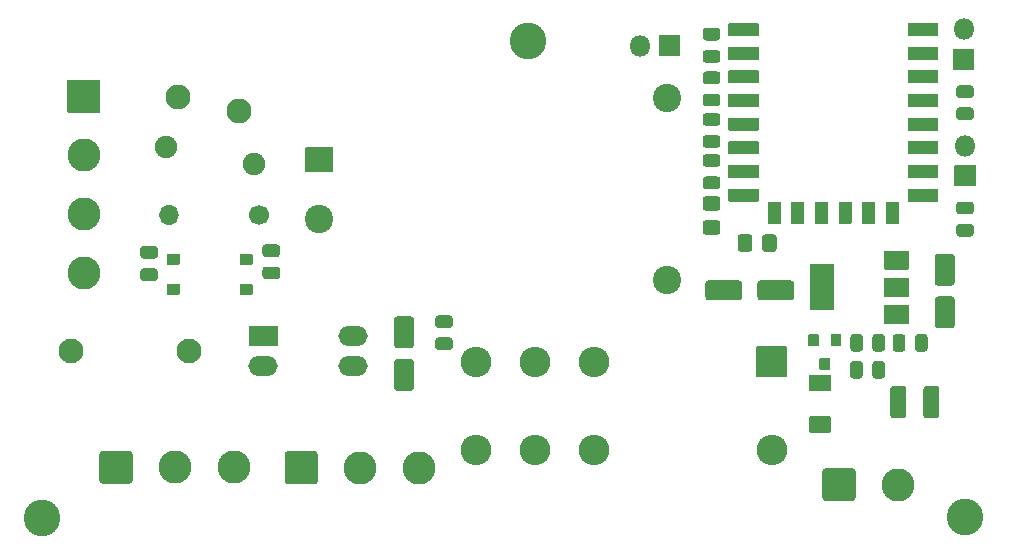
<source format=gbr>
%TF.GenerationSoftware,KiCad,Pcbnew,5.99.0-unknown-a61ea1f~102~ubuntu18.04.1*%
%TF.CreationDate,2020-07-28T16:03:15+02:00*%
%TF.ProjectId,switch,73776974-6368-42e6-9b69-6361645f7063,rev?*%
%TF.SameCoordinates,Original*%
%TF.FileFunction,Soldermask,Top*%
%TF.FilePolarity,Negative*%
%FSLAX46Y46*%
G04 Gerber Fmt 4.6, Leading zero omitted, Abs format (unit mm)*
G04 Created by KiCad (PCBNEW 5.99.0-unknown-a61ea1f~102~ubuntu18.04.1) date 2020-07-28 16:03:15*
%MOMM*%
%LPD*%
G01*
G04 APERTURE LIST*
%ADD10C,2.110000*%
%ADD11C,3.100000*%
%ADD12O,2.600000X2.600000*%
%ADD13O,2.500000X1.700000*%
%ADD14C,1.900000*%
%ADD15C,2.400000*%
%ADD16O,1.800000X1.800000*%
%ADD17C,2.800000*%
%ADD18O,1.700000X1.700000*%
%ADD19C,1.700000*%
%ADD20C,2.100000*%
G04 APERTURE END LIST*
D10*
%TO.C,F1*%
X109606400Y-76371600D03*
X114706400Y-77571600D03*
%TD*%
%TO.C,D2*%
G36*
G01*
X109743000Y-92290850D02*
X109743000Y-93078350D01*
G75*
G02*
X109686750Y-93134600I-56250J0D01*
G01*
X108699250Y-93134600D01*
G75*
G02*
X108643000Y-93078350I0J56250D01*
G01*
X108643000Y-92290850D01*
G75*
G02*
X108699250Y-92234600I56250J0D01*
G01*
X109686750Y-92234600D01*
G75*
G02*
X109743000Y-92290850I0J-56250D01*
G01*
G37*
G36*
G01*
X109743000Y-89750850D02*
X109743000Y-90538350D01*
G75*
G02*
X109686750Y-90594600I-56250J0D01*
G01*
X108699250Y-90594600D01*
G75*
G02*
X108643000Y-90538350I0J56250D01*
G01*
X108643000Y-89750850D01*
G75*
G02*
X108699250Y-89694600I56250J0D01*
G01*
X109686750Y-89694600D01*
G75*
G02*
X109743000Y-89750850I0J-56250D01*
G01*
G37*
G36*
G01*
X115893000Y-89750850D02*
X115893000Y-90538350D01*
G75*
G02*
X115836750Y-90594600I-56250J0D01*
G01*
X114849250Y-90594600D01*
G75*
G02*
X114793000Y-90538350I0J56250D01*
G01*
X114793000Y-89750850D01*
G75*
G02*
X114849250Y-89694600I56250J0D01*
G01*
X115836750Y-89694600D01*
G75*
G02*
X115893000Y-89750850I0J-56250D01*
G01*
G37*
G36*
G01*
X115893000Y-92290850D02*
X115893000Y-93078350D01*
G75*
G02*
X115836750Y-93134600I-56250J0D01*
G01*
X114849250Y-93134600D01*
G75*
G02*
X114793000Y-93078350I0J56250D01*
G01*
X114793000Y-92290850D01*
G75*
G02*
X114849250Y-92234600I56250J0D01*
G01*
X115836750Y-92234600D01*
G75*
G02*
X115893000Y-92290850I0J-56250D01*
G01*
G37*
%TD*%
D11*
%TO.C,REF\u002A\u002A*%
X98094800Y-112014000D03*
%TD*%
%TO.C,REF\u002A\u002A*%
X176212500Y-111950500D03*
%TD*%
%TO.C,REF\u002A\u002A*%
X139242800Y-71640700D03*
%TD*%
D12*
%TO.C,K1*%
X159829500Y-106306000D03*
X144829500Y-106306000D03*
X139829500Y-106306000D03*
X134829500Y-106306000D03*
X134829500Y-98806000D03*
X139829500Y-98806000D03*
X144829500Y-98806000D03*
G36*
G01*
X158581500Y-97506000D02*
X161077500Y-97506000D01*
G75*
G02*
X161129500Y-97558000I0J-52000D01*
G01*
X161129500Y-100054000D01*
G75*
G02*
X161077500Y-100106000I-52000J0D01*
G01*
X158581500Y-100106000D01*
G75*
G02*
X158529500Y-100054000I0J52000D01*
G01*
X158529500Y-97558000D01*
G75*
G02*
X158581500Y-97506000I52000J0D01*
G01*
G37*
%TD*%
D13*
%TO.C,U1*%
X124436520Y-96611015D03*
X116816520Y-99151015D03*
X124436520Y-99151015D03*
G36*
G01*
X115566520Y-97407890D02*
X115566520Y-95814140D01*
G75*
G02*
X115619645Y-95761015I53125J0D01*
G01*
X118013395Y-95761015D01*
G75*
G02*
X118066520Y-95814140I0J-53125D01*
G01*
X118066520Y-97407890D01*
G75*
G02*
X118013395Y-97461015I-53125J0D01*
G01*
X115619645Y-97461015D01*
G75*
G02*
X115566520Y-97407890I0J53125D01*
G01*
G37*
%TD*%
%TO.C,U3*%
G36*
G01*
X171459000Y-94072833D02*
X171459000Y-95566167D01*
G75*
G02*
X171405667Y-95619500I-53333J0D01*
G01*
X169412333Y-95619500D01*
G75*
G02*
X169359000Y-95566167I0J53333D01*
G01*
X169359000Y-94072833D01*
G75*
G02*
X169412333Y-94019500I53333J0D01*
G01*
X171405667Y-94019500D01*
G75*
G02*
X171459000Y-94072833I0J-53333D01*
G01*
G37*
G36*
G01*
X171459000Y-89472833D02*
X171459000Y-90966167D01*
G75*
G02*
X171405667Y-91019500I-53333J0D01*
G01*
X169412333Y-91019500D01*
G75*
G02*
X169359000Y-90966167I0J53333D01*
G01*
X169359000Y-89472833D01*
G75*
G02*
X169412333Y-89419500I53333J0D01*
G01*
X171405667Y-89419500D01*
G75*
G02*
X171459000Y-89472833I0J-53333D01*
G01*
G37*
G36*
G01*
X171459000Y-91772833D02*
X171459000Y-93266167D01*
G75*
G02*
X171405667Y-93319500I-53333J0D01*
G01*
X169412333Y-93319500D01*
G75*
G02*
X169359000Y-93266167I0J53333D01*
G01*
X169359000Y-91772833D01*
G75*
G02*
X169412333Y-91719500I53333J0D01*
G01*
X171405667Y-91719500D01*
G75*
G02*
X171459000Y-91772833I0J-53333D01*
G01*
G37*
G36*
G01*
X165159000Y-90622000D02*
X165159000Y-94417000D01*
G75*
G02*
X165106500Y-94469500I-52500J0D01*
G01*
X163111500Y-94469500D01*
G75*
G02*
X163059000Y-94417000I0J52500D01*
G01*
X163059000Y-90622000D01*
G75*
G02*
X163111500Y-90569500I52500J0D01*
G01*
X165106500Y-90569500D01*
G75*
G02*
X165159000Y-90622000I0J-52500D01*
G01*
G37*
%TD*%
%TO.C,U2*%
G36*
G01*
X171356500Y-71203000D02*
X171356500Y-70213000D01*
G75*
G02*
X171411500Y-70158000I55000J0D01*
G01*
X173901500Y-70158000D01*
G75*
G02*
X173956500Y-70213000I0J-55000D01*
G01*
X173956500Y-71203000D01*
G75*
G02*
X173901500Y-71258000I-55000J0D01*
G01*
X171411500Y-71258000D01*
G75*
G02*
X171356500Y-71203000I0J55000D01*
G01*
G37*
G36*
G01*
X171356500Y-73203000D02*
X171356500Y-72213000D01*
G75*
G02*
X171411500Y-72158000I55000J0D01*
G01*
X173901500Y-72158000D01*
G75*
G02*
X173956500Y-72213000I0J-55000D01*
G01*
X173956500Y-73203000D01*
G75*
G02*
X173901500Y-73258000I-55000J0D01*
G01*
X171411500Y-73258000D01*
G75*
G02*
X171356500Y-73203000I0J55000D01*
G01*
G37*
G36*
G01*
X171356500Y-75203000D02*
X171356500Y-74213000D01*
G75*
G02*
X171411500Y-74158000I55000J0D01*
G01*
X173901500Y-74158000D01*
G75*
G02*
X173956500Y-74213000I0J-55000D01*
G01*
X173956500Y-75203000D01*
G75*
G02*
X173901500Y-75258000I-55000J0D01*
G01*
X171411500Y-75258000D01*
G75*
G02*
X171356500Y-75203000I0J55000D01*
G01*
G37*
G36*
G01*
X171356500Y-77203000D02*
X171356500Y-76213000D01*
G75*
G02*
X171411500Y-76158000I55000J0D01*
G01*
X173901500Y-76158000D01*
G75*
G02*
X173956500Y-76213000I0J-55000D01*
G01*
X173956500Y-77203000D01*
G75*
G02*
X173901500Y-77258000I-55000J0D01*
G01*
X171411500Y-77258000D01*
G75*
G02*
X171356500Y-77203000I0J55000D01*
G01*
G37*
G36*
G01*
X171356500Y-79203000D02*
X171356500Y-78213000D01*
G75*
G02*
X171411500Y-78158000I55000J0D01*
G01*
X173901500Y-78158000D01*
G75*
G02*
X173956500Y-78213000I0J-55000D01*
G01*
X173956500Y-79203000D01*
G75*
G02*
X173901500Y-79258000I-55000J0D01*
G01*
X171411500Y-79258000D01*
G75*
G02*
X171356500Y-79203000I0J55000D01*
G01*
G37*
G36*
G01*
X171356500Y-81203000D02*
X171356500Y-80213000D01*
G75*
G02*
X171411500Y-80158000I55000J0D01*
G01*
X173901500Y-80158000D01*
G75*
G02*
X173956500Y-80213000I0J-55000D01*
G01*
X173956500Y-81203000D01*
G75*
G02*
X173901500Y-81258000I-55000J0D01*
G01*
X171411500Y-81258000D01*
G75*
G02*
X171356500Y-81203000I0J55000D01*
G01*
G37*
G36*
G01*
X171356500Y-83203000D02*
X171356500Y-82213000D01*
G75*
G02*
X171411500Y-82158000I55000J0D01*
G01*
X173901500Y-82158000D01*
G75*
G02*
X173956500Y-82213000I0J-55000D01*
G01*
X173956500Y-83203000D01*
G75*
G02*
X173901500Y-83258000I-55000J0D01*
G01*
X171411500Y-83258000D01*
G75*
G02*
X171356500Y-83203000I0J55000D01*
G01*
G37*
G36*
G01*
X171356500Y-85203000D02*
X171356500Y-84213000D01*
G75*
G02*
X171411500Y-84158000I55000J0D01*
G01*
X173901500Y-84158000D01*
G75*
G02*
X173956500Y-84213000I0J-55000D01*
G01*
X173956500Y-85203000D01*
G75*
G02*
X173901500Y-85258000I-55000J0D01*
G01*
X171411500Y-85258000D01*
G75*
G02*
X171356500Y-85203000I0J55000D01*
G01*
G37*
G36*
G01*
X169506500Y-87103000D02*
X169506500Y-85313000D01*
G75*
G02*
X169561500Y-85258000I55000J0D01*
G01*
X170551500Y-85258000D01*
G75*
G02*
X170606500Y-85313000I0J-55000D01*
G01*
X170606500Y-87103000D01*
G75*
G02*
X170551500Y-87158000I-55000J0D01*
G01*
X169561500Y-87158000D01*
G75*
G02*
X169506500Y-87103000I0J55000D01*
G01*
G37*
G36*
G01*
X167506500Y-87103000D02*
X167506500Y-85313000D01*
G75*
G02*
X167561500Y-85258000I55000J0D01*
G01*
X168551500Y-85258000D01*
G75*
G02*
X168606500Y-85313000I0J-55000D01*
G01*
X168606500Y-87103000D01*
G75*
G02*
X168551500Y-87158000I-55000J0D01*
G01*
X167561500Y-87158000D01*
G75*
G02*
X167506500Y-87103000I0J55000D01*
G01*
G37*
G36*
G01*
X165506500Y-87103000D02*
X165506500Y-85313000D01*
G75*
G02*
X165561500Y-85258000I55000J0D01*
G01*
X166551500Y-85258000D01*
G75*
G02*
X166606500Y-85313000I0J-55000D01*
G01*
X166606500Y-87103000D01*
G75*
G02*
X166551500Y-87158000I-55000J0D01*
G01*
X165561500Y-87158000D01*
G75*
G02*
X165506500Y-87103000I0J55000D01*
G01*
G37*
G36*
G01*
X163506500Y-87103000D02*
X163506500Y-85313000D01*
G75*
G02*
X163561500Y-85258000I55000J0D01*
G01*
X164551500Y-85258000D01*
G75*
G02*
X164606500Y-85313000I0J-55000D01*
G01*
X164606500Y-87103000D01*
G75*
G02*
X164551500Y-87158000I-55000J0D01*
G01*
X163561500Y-87158000D01*
G75*
G02*
X163506500Y-87103000I0J55000D01*
G01*
G37*
G36*
G01*
X161506500Y-87103000D02*
X161506500Y-85313000D01*
G75*
G02*
X161561500Y-85258000I55000J0D01*
G01*
X162551500Y-85258000D01*
G75*
G02*
X162606500Y-85313000I0J-55000D01*
G01*
X162606500Y-87103000D01*
G75*
G02*
X162551500Y-87158000I-55000J0D01*
G01*
X161561500Y-87158000D01*
G75*
G02*
X161506500Y-87103000I0J55000D01*
G01*
G37*
G36*
G01*
X159506500Y-87103000D02*
X159506500Y-85313000D01*
G75*
G02*
X159561500Y-85258000I55000J0D01*
G01*
X160551500Y-85258000D01*
G75*
G02*
X160606500Y-85313000I0J-55000D01*
G01*
X160606500Y-87103000D01*
G75*
G02*
X160551500Y-87158000I-55000J0D01*
G01*
X159561500Y-87158000D01*
G75*
G02*
X159506500Y-87103000I0J55000D01*
G01*
G37*
G36*
G01*
X156156500Y-85203000D02*
X156156500Y-84213000D01*
G75*
G02*
X156211500Y-84158000I55000J0D01*
G01*
X158701500Y-84158000D01*
G75*
G02*
X158756500Y-84213000I0J-55000D01*
G01*
X158756500Y-85203000D01*
G75*
G02*
X158701500Y-85258000I-55000J0D01*
G01*
X156211500Y-85258000D01*
G75*
G02*
X156156500Y-85203000I0J55000D01*
G01*
G37*
G36*
G01*
X156156500Y-83203000D02*
X156156500Y-82213000D01*
G75*
G02*
X156211500Y-82158000I55000J0D01*
G01*
X158701500Y-82158000D01*
G75*
G02*
X158756500Y-82213000I0J-55000D01*
G01*
X158756500Y-83203000D01*
G75*
G02*
X158701500Y-83258000I-55000J0D01*
G01*
X156211500Y-83258000D01*
G75*
G02*
X156156500Y-83203000I0J55000D01*
G01*
G37*
G36*
G01*
X156156500Y-81203000D02*
X156156500Y-80213000D01*
G75*
G02*
X156211500Y-80158000I55000J0D01*
G01*
X158701500Y-80158000D01*
G75*
G02*
X158756500Y-80213000I0J-55000D01*
G01*
X158756500Y-81203000D01*
G75*
G02*
X158701500Y-81258000I-55000J0D01*
G01*
X156211500Y-81258000D01*
G75*
G02*
X156156500Y-81203000I0J55000D01*
G01*
G37*
G36*
G01*
X156156500Y-79203000D02*
X156156500Y-78213000D01*
G75*
G02*
X156211500Y-78158000I55000J0D01*
G01*
X158701500Y-78158000D01*
G75*
G02*
X158756500Y-78213000I0J-55000D01*
G01*
X158756500Y-79203000D01*
G75*
G02*
X158701500Y-79258000I-55000J0D01*
G01*
X156211500Y-79258000D01*
G75*
G02*
X156156500Y-79203000I0J55000D01*
G01*
G37*
G36*
G01*
X156156500Y-77203000D02*
X156156500Y-76213000D01*
G75*
G02*
X156211500Y-76158000I55000J0D01*
G01*
X158701500Y-76158000D01*
G75*
G02*
X158756500Y-76213000I0J-55000D01*
G01*
X158756500Y-77203000D01*
G75*
G02*
X158701500Y-77258000I-55000J0D01*
G01*
X156211500Y-77258000D01*
G75*
G02*
X156156500Y-77203000I0J55000D01*
G01*
G37*
G36*
G01*
X156156500Y-75203000D02*
X156156500Y-74213000D01*
G75*
G02*
X156211500Y-74158000I55000J0D01*
G01*
X158701500Y-74158000D01*
G75*
G02*
X158756500Y-74213000I0J-55000D01*
G01*
X158756500Y-75203000D01*
G75*
G02*
X158701500Y-75258000I-55000J0D01*
G01*
X156211500Y-75258000D01*
G75*
G02*
X156156500Y-75203000I0J55000D01*
G01*
G37*
G36*
G01*
X156156500Y-73203000D02*
X156156500Y-72213000D01*
G75*
G02*
X156211500Y-72158000I55000J0D01*
G01*
X158701500Y-72158000D01*
G75*
G02*
X158756500Y-72213000I0J-55000D01*
G01*
X158756500Y-73203000D01*
G75*
G02*
X158701500Y-73258000I-55000J0D01*
G01*
X156211500Y-73258000D01*
G75*
G02*
X156156500Y-73203000I0J55000D01*
G01*
G37*
G36*
G01*
X156156500Y-71203000D02*
X156156500Y-70213000D01*
G75*
G02*
X156211500Y-70158000I55000J0D01*
G01*
X158701500Y-70158000D01*
G75*
G02*
X158756500Y-70213000I0J-55000D01*
G01*
X158756500Y-71203000D01*
G75*
G02*
X158701500Y-71258000I-55000J0D01*
G01*
X156211500Y-71258000D01*
G75*
G02*
X156156500Y-71203000I0J55000D01*
G01*
G37*
%TD*%
D14*
%TO.C,RV1*%
X116021500Y-82045000D03*
X108521500Y-80645000D03*
%TD*%
%TO.C,R18*%
G36*
G01*
X154268250Y-72424000D02*
X155230750Y-72424000D01*
G75*
G02*
X155499500Y-72692750I0J-268750D01*
G01*
X155499500Y-73230250D01*
G75*
G02*
X155230750Y-73499000I-268750J0D01*
G01*
X154268250Y-73499000D01*
G75*
G02*
X153999500Y-73230250I0J268750D01*
G01*
X153999500Y-72692750D01*
G75*
G02*
X154268250Y-72424000I268750J0D01*
G01*
G37*
G36*
G01*
X154268250Y-70549000D02*
X155230750Y-70549000D01*
G75*
G02*
X155499500Y-70817750I0J-268750D01*
G01*
X155499500Y-71355250D01*
G75*
G02*
X155230750Y-71624000I-268750J0D01*
G01*
X154268250Y-71624000D01*
G75*
G02*
X153999500Y-71355250I0J268750D01*
G01*
X153999500Y-70817750D01*
G75*
G02*
X154268250Y-70549000I268750J0D01*
G01*
G37*
%TD*%
%TO.C,R17*%
G36*
G01*
X155230750Y-78833000D02*
X154268250Y-78833000D01*
G75*
G02*
X153999500Y-78564250I0J268750D01*
G01*
X153999500Y-78026750D01*
G75*
G02*
X154268250Y-77758000I268750J0D01*
G01*
X155230750Y-77758000D01*
G75*
G02*
X155499500Y-78026750I0J-268750D01*
G01*
X155499500Y-78564250D01*
G75*
G02*
X155230750Y-78833000I-268750J0D01*
G01*
G37*
G36*
G01*
X155230750Y-80708000D02*
X154268250Y-80708000D01*
G75*
G02*
X153999500Y-80439250I0J268750D01*
G01*
X153999500Y-79901750D01*
G75*
G02*
X154268250Y-79633000I268750J0D01*
G01*
X155230750Y-79633000D01*
G75*
G02*
X155499500Y-79901750I0J-268750D01*
G01*
X155499500Y-80439250D01*
G75*
G02*
X155230750Y-80708000I-268750J0D01*
G01*
G37*
%TD*%
%TO.C,R15*%
G36*
G01*
X154268250Y-76107000D02*
X155230750Y-76107000D01*
G75*
G02*
X155499500Y-76375750I0J-268750D01*
G01*
X155499500Y-76913250D01*
G75*
G02*
X155230750Y-77182000I-268750J0D01*
G01*
X154268250Y-77182000D01*
G75*
G02*
X153999500Y-76913250I0J268750D01*
G01*
X153999500Y-76375750D01*
G75*
G02*
X154268250Y-76107000I268750J0D01*
G01*
G37*
G36*
G01*
X154268250Y-74232000D02*
X155230750Y-74232000D01*
G75*
G02*
X155499500Y-74500750I0J-268750D01*
G01*
X155499500Y-75038250D01*
G75*
G02*
X155230750Y-75307000I-268750J0D01*
G01*
X154268250Y-75307000D01*
G75*
G02*
X153999500Y-75038250I0J268750D01*
G01*
X153999500Y-74500750D01*
G75*
G02*
X154268250Y-74232000I268750J0D01*
G01*
G37*
%TD*%
%TO.C,R14*%
G36*
G01*
X175731250Y-77283500D02*
X176693750Y-77283500D01*
G75*
G02*
X176962500Y-77552250I0J-268750D01*
G01*
X176962500Y-78089750D01*
G75*
G02*
X176693750Y-78358500I-268750J0D01*
G01*
X175731250Y-78358500D01*
G75*
G02*
X175462500Y-78089750I0J268750D01*
G01*
X175462500Y-77552250D01*
G75*
G02*
X175731250Y-77283500I268750J0D01*
G01*
G37*
G36*
G01*
X175731250Y-75408500D02*
X176693750Y-75408500D01*
G75*
G02*
X176962500Y-75677250I0J-268750D01*
G01*
X176962500Y-76214750D01*
G75*
G02*
X176693750Y-76483500I-268750J0D01*
G01*
X175731250Y-76483500D01*
G75*
G02*
X175462500Y-76214750I0J268750D01*
G01*
X175462500Y-75677250D01*
G75*
G02*
X175731250Y-75408500I268750J0D01*
G01*
G37*
%TD*%
%TO.C,R13*%
G36*
G01*
X176693750Y-86341000D02*
X175731250Y-86341000D01*
G75*
G02*
X175462500Y-86072250I0J268750D01*
G01*
X175462500Y-85534750D01*
G75*
G02*
X175731250Y-85266000I268750J0D01*
G01*
X176693750Y-85266000D01*
G75*
G02*
X176962500Y-85534750I0J-268750D01*
G01*
X176962500Y-86072250D01*
G75*
G02*
X176693750Y-86341000I-268750J0D01*
G01*
G37*
G36*
G01*
X176693750Y-88216000D02*
X175731250Y-88216000D01*
G75*
G02*
X175462500Y-87947250I0J268750D01*
G01*
X175462500Y-87409750D01*
G75*
G02*
X175731250Y-87141000I268750J0D01*
G01*
X176693750Y-87141000D01*
G75*
G02*
X176962500Y-87409750I0J-268750D01*
G01*
X176962500Y-87947250D01*
G75*
G02*
X176693750Y-88216000I-268750J0D01*
G01*
G37*
%TD*%
%TO.C,R7*%
G36*
G01*
X168357500Y-99985750D02*
X168357500Y-99023250D01*
G75*
G02*
X168626250Y-98754500I268750J0D01*
G01*
X169163750Y-98754500D01*
G75*
G02*
X169432500Y-99023250I0J-268750D01*
G01*
X169432500Y-99985750D01*
G75*
G02*
X169163750Y-100254500I-268750J0D01*
G01*
X168626250Y-100254500D01*
G75*
G02*
X168357500Y-99985750I0J268750D01*
G01*
G37*
G36*
G01*
X166482500Y-99985750D02*
X166482500Y-99023250D01*
G75*
G02*
X166751250Y-98754500I268750J0D01*
G01*
X167288750Y-98754500D01*
G75*
G02*
X167557500Y-99023250I0J-268750D01*
G01*
X167557500Y-99985750D01*
G75*
G02*
X167288750Y-100254500I-268750J0D01*
G01*
X166751250Y-100254500D01*
G75*
G02*
X166482500Y-99985750I0J268750D01*
G01*
G37*
%TD*%
%TO.C,R6*%
G36*
G01*
X168372500Y-97699750D02*
X168372500Y-96737250D01*
G75*
G02*
X168641250Y-96468500I268750J0D01*
G01*
X169178750Y-96468500D01*
G75*
G02*
X169447500Y-96737250I0J-268750D01*
G01*
X169447500Y-97699750D01*
G75*
G02*
X169178750Y-97968500I-268750J0D01*
G01*
X168641250Y-97968500D01*
G75*
G02*
X168372500Y-97699750I0J268750D01*
G01*
G37*
G36*
G01*
X166497500Y-97699750D02*
X166497500Y-96737250D01*
G75*
G02*
X166766250Y-96468500I268750J0D01*
G01*
X167303750Y-96468500D01*
G75*
G02*
X167572500Y-96737250I0J-268750D01*
G01*
X167572500Y-97699750D01*
G75*
G02*
X167303750Y-97968500I-268750J0D01*
G01*
X166766250Y-97968500D01*
G75*
G02*
X166497500Y-97699750I0J268750D01*
G01*
G37*
%TD*%
%TO.C,R4*%
G36*
G01*
X106643250Y-90902500D02*
X107605750Y-90902500D01*
G75*
G02*
X107874500Y-91171250I0J-268750D01*
G01*
X107874500Y-91708750D01*
G75*
G02*
X107605750Y-91977500I-268750J0D01*
G01*
X106643250Y-91977500D01*
G75*
G02*
X106374500Y-91708750I0J268750D01*
G01*
X106374500Y-91171250D01*
G75*
G02*
X106643250Y-90902500I268750J0D01*
G01*
G37*
G36*
G01*
X106643250Y-89027500D02*
X107605750Y-89027500D01*
G75*
G02*
X107874500Y-89296250I0J-268750D01*
G01*
X107874500Y-89833750D01*
G75*
G02*
X107605750Y-90102500I-268750J0D01*
G01*
X106643250Y-90102500D01*
G75*
G02*
X106374500Y-89833750I0J268750D01*
G01*
X106374500Y-89296250D01*
G75*
G02*
X106643250Y-89027500I268750J0D01*
G01*
G37*
%TD*%
%TO.C,R3*%
G36*
G01*
X132580391Y-95963213D02*
X131617891Y-95963213D01*
G75*
G02*
X131349141Y-95694463I0J268750D01*
G01*
X131349141Y-95156963D01*
G75*
G02*
X131617891Y-94888213I268750J0D01*
G01*
X132580391Y-94888213D01*
G75*
G02*
X132849141Y-95156963I0J-268750D01*
G01*
X132849141Y-95694463D01*
G75*
G02*
X132580391Y-95963213I-268750J0D01*
G01*
G37*
G36*
G01*
X132580391Y-97838213D02*
X131617891Y-97838213D01*
G75*
G02*
X131349141Y-97569463I0J268750D01*
G01*
X131349141Y-97031963D01*
G75*
G02*
X131617891Y-96763213I268750J0D01*
G01*
X132580391Y-96763213D01*
G75*
G02*
X132849141Y-97031963I0J-268750D01*
G01*
X132849141Y-97569463D01*
G75*
G02*
X132580391Y-97838213I-268750J0D01*
G01*
G37*
%TD*%
%TO.C,R2*%
G36*
G01*
X171162000Y-96737250D02*
X171162000Y-97699750D01*
G75*
G02*
X170893250Y-97968500I-268750J0D01*
G01*
X170355750Y-97968500D01*
G75*
G02*
X170087000Y-97699750I0J268750D01*
G01*
X170087000Y-96737250D01*
G75*
G02*
X170355750Y-96468500I268750J0D01*
G01*
X170893250Y-96468500D01*
G75*
G02*
X171162000Y-96737250I0J-268750D01*
G01*
G37*
G36*
G01*
X173037000Y-96737250D02*
X173037000Y-97699750D01*
G75*
G02*
X172768250Y-97968500I-268750J0D01*
G01*
X172230750Y-97968500D01*
G75*
G02*
X171962000Y-97699750I0J268750D01*
G01*
X171962000Y-96737250D01*
G75*
G02*
X172230750Y-96468500I268750J0D01*
G01*
X172768250Y-96468500D01*
G75*
G02*
X173037000Y-96737250I0J-268750D01*
G01*
G37*
%TD*%
%TO.C,R1*%
G36*
G01*
X116993750Y-90760500D02*
X117956250Y-90760500D01*
G75*
G02*
X118225000Y-91029250I0J-268750D01*
G01*
X118225000Y-91566750D01*
G75*
G02*
X117956250Y-91835500I-268750J0D01*
G01*
X116993750Y-91835500D01*
G75*
G02*
X116725000Y-91566750I0J268750D01*
G01*
X116725000Y-91029250D01*
G75*
G02*
X116993750Y-90760500I268750J0D01*
G01*
G37*
G36*
G01*
X116993750Y-88885500D02*
X117956250Y-88885500D01*
G75*
G02*
X118225000Y-89154250I0J-268750D01*
G01*
X118225000Y-89691750D01*
G75*
G02*
X117956250Y-89960500I-268750J0D01*
G01*
X116993750Y-89960500D01*
G75*
G02*
X116725000Y-89691750I0J268750D01*
G01*
X116725000Y-89154250D01*
G75*
G02*
X116993750Y-88885500I268750J0D01*
G01*
G37*
%TD*%
%TO.C,Q1*%
G36*
G01*
X163944250Y-98502489D02*
X164731750Y-98502489D01*
G75*
G02*
X164788000Y-98558739I0J-56250D01*
G01*
X164788000Y-99446239D01*
G75*
G02*
X164731750Y-99502489I-56250J0D01*
G01*
X163944250Y-99502489D01*
G75*
G02*
X163888000Y-99446239I0J56250D01*
G01*
X163888000Y-98558739D01*
G75*
G02*
X163944250Y-98502489I56250J0D01*
G01*
G37*
G36*
G01*
X162994250Y-96502489D02*
X163781750Y-96502489D01*
G75*
G02*
X163838000Y-96558739I0J-56250D01*
G01*
X163838000Y-97446239D01*
G75*
G02*
X163781750Y-97502489I-56250J0D01*
G01*
X162994250Y-97502489D01*
G75*
G02*
X162938000Y-97446239I0J56250D01*
G01*
X162938000Y-96558739D01*
G75*
G02*
X162994250Y-96502489I56250J0D01*
G01*
G37*
G36*
G01*
X164894250Y-96502489D02*
X165681750Y-96502489D01*
G75*
G02*
X165738000Y-96558739I0J-56250D01*
G01*
X165738000Y-97446239D01*
G75*
G02*
X165681750Y-97502489I-56250J0D01*
G01*
X164894250Y-97502489D01*
G75*
G02*
X164838000Y-97446239I0J56250D01*
G01*
X164838000Y-96558739D01*
G75*
G02*
X164894250Y-96502489I56250J0D01*
G01*
G37*
%TD*%
D15*
%TO.C,PS1*%
X150939000Y-91924500D03*
X121539000Y-86724500D03*
G36*
G01*
X120339000Y-82722000D02*
X120339000Y-80727000D01*
G75*
G02*
X120391500Y-80674500I52500J0D01*
G01*
X122686500Y-80674500D01*
G75*
G02*
X122739000Y-80727000I0J-52500D01*
G01*
X122739000Y-82722000D01*
G75*
G02*
X122686500Y-82774500I-52500J0D01*
G01*
X120391500Y-82774500D01*
G75*
G02*
X120339000Y-82722000I0J52500D01*
G01*
G37*
X150939000Y-76524500D03*
%TD*%
D16*
%TO.C,JP2*%
X148653500Y-72072500D03*
G36*
G01*
X150346441Y-71172500D02*
X152040559Y-71172500D01*
G75*
G02*
X152093500Y-71225441I0J-52941D01*
G01*
X152093500Y-72919559D01*
G75*
G02*
X152040559Y-72972500I-52941J0D01*
G01*
X150346441Y-72972500D01*
G75*
G02*
X150293500Y-72919559I0J52941D01*
G01*
X150293500Y-71225441D01*
G75*
G02*
X150346441Y-71172500I52941J0D01*
G01*
G37*
%TD*%
%TO.C,JP1*%
X176212500Y-80518000D03*
G36*
G01*
X177112500Y-82210941D02*
X177112500Y-83905059D01*
G75*
G02*
X177059559Y-83958000I-52941J0D01*
G01*
X175365441Y-83958000D01*
G75*
G02*
X175312500Y-83905059I0J52941D01*
G01*
X175312500Y-82210941D01*
G75*
G02*
X175365441Y-82158000I52941J0D01*
G01*
X177059559Y-82158000D01*
G75*
G02*
X177112500Y-82210941I0J-52941D01*
G01*
G37*
%TD*%
%TO.C,J8*%
X176085500Y-70675500D03*
G36*
G01*
X176985500Y-72368441D02*
X176985500Y-74062559D01*
G75*
G02*
X176932559Y-74115500I-52941J0D01*
G01*
X175238441Y-74115500D01*
G75*
G02*
X175185500Y-74062559I0J52941D01*
G01*
X175185500Y-72368441D01*
G75*
G02*
X175238441Y-72315500I52941J0D01*
G01*
X176932559Y-72315500D01*
G75*
G02*
X176985500Y-72368441I0J-52941D01*
G01*
G37*
%TD*%
D17*
%TO.C,J7*%
X101600000Y-91327000D03*
X101600000Y-86327000D03*
X101600000Y-81327000D03*
G36*
G01*
X100251852Y-74927000D02*
X102948148Y-74927000D01*
G75*
G02*
X103000000Y-74978852I0J-51852D01*
G01*
X103000000Y-77675148D01*
G75*
G02*
X102948148Y-77727000I-51852J0D01*
G01*
X100251852Y-77727000D01*
G75*
G02*
X100200000Y-77675148I0J51852D01*
G01*
X100200000Y-74978852D01*
G75*
G02*
X100251852Y-74927000I51852J0D01*
G01*
G37*
%TD*%
%TO.C,J3*%
X170544500Y-109220000D03*
G36*
G01*
X164144500Y-110360740D02*
X164144500Y-108079260D01*
G75*
G02*
X164403760Y-107820000I259260J0D01*
G01*
X166685240Y-107820000D01*
G75*
G02*
X166944500Y-108079260I0J-259260D01*
G01*
X166944500Y-110360740D01*
G75*
G02*
X166685240Y-110620000I-259260J0D01*
G01*
X164403760Y-110620000D01*
G75*
G02*
X164144500Y-110360740I0J259260D01*
G01*
G37*
%TD*%
%TO.C,J2*%
X114330500Y-107759500D03*
X109330500Y-107759500D03*
G36*
G01*
X102930500Y-108900240D02*
X102930500Y-106618760D01*
G75*
G02*
X103189760Y-106359500I259260J0D01*
G01*
X105471240Y-106359500D01*
G75*
G02*
X105730500Y-106618760I0J-259260D01*
G01*
X105730500Y-108900240D01*
G75*
G02*
X105471240Y-109159500I-259260J0D01*
G01*
X103189760Y-109159500D01*
G75*
G02*
X102930500Y-108900240I0J259260D01*
G01*
G37*
%TD*%
%TO.C,J1*%
X130015000Y-107788872D03*
X125015000Y-107788872D03*
G36*
G01*
X118615000Y-108929612D02*
X118615000Y-106648132D01*
G75*
G02*
X118874260Y-106388872I259260J0D01*
G01*
X121155740Y-106388872D01*
G75*
G02*
X121415000Y-106648132I0J-259260D01*
G01*
X121415000Y-108929612D01*
G75*
G02*
X121155740Y-109188872I-259260J0D01*
G01*
X118874260Y-109188872D01*
G75*
G02*
X118615000Y-108929612I0J259260D01*
G01*
G37*
%TD*%
D18*
%TO.C,F2*%
X108775500Y-86360000D03*
D19*
X116395500Y-86360000D03*
%TD*%
%TO.C,D3*%
G36*
G01*
X154268250Y-83125500D02*
X155230750Y-83125500D01*
G75*
G02*
X155499500Y-83394250I0J-268750D01*
G01*
X155499500Y-83931750D01*
G75*
G02*
X155230750Y-84200500I-268750J0D01*
G01*
X154268250Y-84200500D01*
G75*
G02*
X153999500Y-83931750I0J268750D01*
G01*
X153999500Y-83394250D01*
G75*
G02*
X154268250Y-83125500I268750J0D01*
G01*
G37*
G36*
G01*
X154268250Y-81250500D02*
X155230750Y-81250500D01*
G75*
G02*
X155499500Y-81519250I0J-268750D01*
G01*
X155499500Y-82056750D01*
G75*
G02*
X155230750Y-82325500I-268750J0D01*
G01*
X154268250Y-82325500D01*
G75*
G02*
X153999500Y-82056750I0J268750D01*
G01*
X153999500Y-81519250D01*
G75*
G02*
X154268250Y-81250500I268750J0D01*
G01*
G37*
%TD*%
%TO.C,D1*%
G36*
G01*
X164777754Y-101334800D02*
X163085446Y-101334800D01*
G75*
G02*
X163031600Y-101280954I0J53846D01*
G01*
X163031600Y-99988646D01*
G75*
G02*
X163085446Y-99934800I53846J0D01*
G01*
X164777754Y-99934800D01*
G75*
G02*
X164831600Y-99988646I0J-53846D01*
G01*
X164831600Y-101280954D01*
G75*
G02*
X164777754Y-101334800I-53846J0D01*
G01*
G37*
G36*
G01*
X164777754Y-104834800D02*
X163085446Y-104834800D01*
G75*
G02*
X163031600Y-104780954I0J53846D01*
G01*
X163031600Y-103488646D01*
G75*
G02*
X163085446Y-103434800I53846J0D01*
G01*
X164777754Y-103434800D01*
G75*
G02*
X164831600Y-103488646I0J-53846D01*
G01*
X164831600Y-104780954D01*
G75*
G02*
X164777754Y-104834800I-53846J0D01*
G01*
G37*
%TD*%
%TO.C,C7*%
G36*
G01*
X158638000Y-93357875D02*
X158638000Y-92189125D01*
G75*
G02*
X158903625Y-91923500I265625J0D01*
G01*
X161472375Y-91923500D01*
G75*
G02*
X161738000Y-92189125I0J-265625D01*
G01*
X161738000Y-93357875D01*
G75*
G02*
X161472375Y-93623500I-265625J0D01*
G01*
X158903625Y-93623500D01*
G75*
G02*
X158638000Y-93357875I0J265625D01*
G01*
G37*
G36*
G01*
X154238000Y-93357875D02*
X154238000Y-92189125D01*
G75*
G02*
X154503625Y-91923500I265625J0D01*
G01*
X157072375Y-91923500D01*
G75*
G02*
X157338000Y-92189125I0J-265625D01*
G01*
X157338000Y-93357875D01*
G75*
G02*
X157072375Y-93623500I-265625J0D01*
G01*
X154503625Y-93623500D01*
G75*
G02*
X154238000Y-93357875I0J265625D01*
G01*
G37*
%TD*%
%TO.C,C6*%
G36*
G01*
X158214000Y-88294738D02*
X158214000Y-89251262D01*
G75*
G02*
X157942262Y-89523000I-271738J0D01*
G01*
X157235738Y-89523000D01*
G75*
G02*
X156964000Y-89251262I0J271738D01*
G01*
X156964000Y-88294738D01*
G75*
G02*
X157235738Y-88023000I271738J0D01*
G01*
X157942262Y-88023000D01*
G75*
G02*
X158214000Y-88294738I0J-271738D01*
G01*
G37*
G36*
G01*
X160264000Y-88294738D02*
X160264000Y-89251262D01*
G75*
G02*
X159992262Y-89523000I-271738J0D01*
G01*
X159285738Y-89523000D01*
G75*
G02*
X159014000Y-89251262I0J271738D01*
G01*
X159014000Y-88294738D01*
G75*
G02*
X159285738Y-88023000I271738J0D01*
G01*
X159992262Y-88023000D01*
G75*
G02*
X160264000Y-88294738I0J-271738D01*
G01*
G37*
%TD*%
%TO.C,C5*%
G36*
G01*
X155227762Y-86032500D02*
X154271238Y-86032500D01*
G75*
G02*
X153999500Y-85760762I0J271738D01*
G01*
X153999500Y-85054238D01*
G75*
G02*
X154271238Y-84782500I271738J0D01*
G01*
X155227762Y-84782500D01*
G75*
G02*
X155499500Y-85054238I0J-271738D01*
G01*
X155499500Y-85760762D01*
G75*
G02*
X155227762Y-86032500I-271738J0D01*
G01*
G37*
G36*
G01*
X155227762Y-88082500D02*
X154271238Y-88082500D01*
G75*
G02*
X153999500Y-87810762I0J271738D01*
G01*
X153999500Y-87104238D01*
G75*
G02*
X154271238Y-86832500I271738J0D01*
G01*
X155227762Y-86832500D01*
G75*
G02*
X155499500Y-87104238I0J-271738D01*
G01*
X155499500Y-87810762D01*
G75*
G02*
X155227762Y-88082500I-271738J0D01*
G01*
G37*
%TD*%
%TO.C,C4*%
G36*
G01*
X173913625Y-93287000D02*
X175082375Y-93287000D01*
G75*
G02*
X175348000Y-93552625I0J-265625D01*
G01*
X175348000Y-95721375D01*
G75*
G02*
X175082375Y-95987000I-265625J0D01*
G01*
X173913625Y-95987000D01*
G75*
G02*
X173648000Y-95721375I0J265625D01*
G01*
X173648000Y-93552625D01*
G75*
G02*
X173913625Y-93287000I265625J0D01*
G01*
G37*
G36*
G01*
X173913625Y-89687000D02*
X175082375Y-89687000D01*
G75*
G02*
X175348000Y-89952625I0J-265625D01*
G01*
X175348000Y-92121375D01*
G75*
G02*
X175082375Y-92387000I-265625J0D01*
G01*
X173913625Y-92387000D01*
G75*
G02*
X173648000Y-92121375I0J265625D01*
G01*
X173648000Y-89952625D01*
G75*
G02*
X173913625Y-89687000I265625J0D01*
G01*
G37*
%TD*%
%TO.C,C3*%
G36*
G01*
X128130125Y-98576667D02*
X129298875Y-98576667D01*
G75*
G02*
X129564500Y-98842292I0J-265625D01*
G01*
X129564500Y-101011042D01*
G75*
G02*
X129298875Y-101276667I-265625J0D01*
G01*
X128130125Y-101276667D01*
G75*
G02*
X127864500Y-101011042I0J265625D01*
G01*
X127864500Y-98842292D01*
G75*
G02*
X128130125Y-98576667I265625J0D01*
G01*
G37*
G36*
G01*
X128130125Y-94976667D02*
X129298875Y-94976667D01*
G75*
G02*
X129564500Y-95242292I0J-265625D01*
G01*
X129564500Y-97411042D01*
G75*
G02*
X129298875Y-97676667I-265625J0D01*
G01*
X128130125Y-97676667D01*
G75*
G02*
X127864500Y-97411042I0J265625D01*
G01*
X127864500Y-95242292D01*
G75*
G02*
X128130125Y-94976667I265625J0D01*
G01*
G37*
%TD*%
D20*
%TO.C,C2*%
X110498011Y-97917000D03*
X100498011Y-97917000D03*
%TD*%
%TO.C,C1*%
G36*
G01*
X171233000Y-101130000D02*
X171233000Y-103340000D01*
G75*
G02*
X170963000Y-103610000I-270000J0D01*
G01*
X170153000Y-103610000D01*
G75*
G02*
X169883000Y-103340000I0J270000D01*
G01*
X169883000Y-101130000D01*
G75*
G02*
X170153000Y-100860000I270000J0D01*
G01*
X170963000Y-100860000D01*
G75*
G02*
X171233000Y-101130000I0J-270000D01*
G01*
G37*
G36*
G01*
X174033000Y-101130000D02*
X174033000Y-103340000D01*
G75*
G02*
X173763000Y-103610000I-270000J0D01*
G01*
X172953000Y-103610000D01*
G75*
G02*
X172683000Y-103340000I0J270000D01*
G01*
X172683000Y-101130000D01*
G75*
G02*
X172953000Y-100860000I270000J0D01*
G01*
X173763000Y-100860000D01*
G75*
G02*
X174033000Y-101130000I0J-270000D01*
G01*
G37*
%TD*%
M02*

</source>
